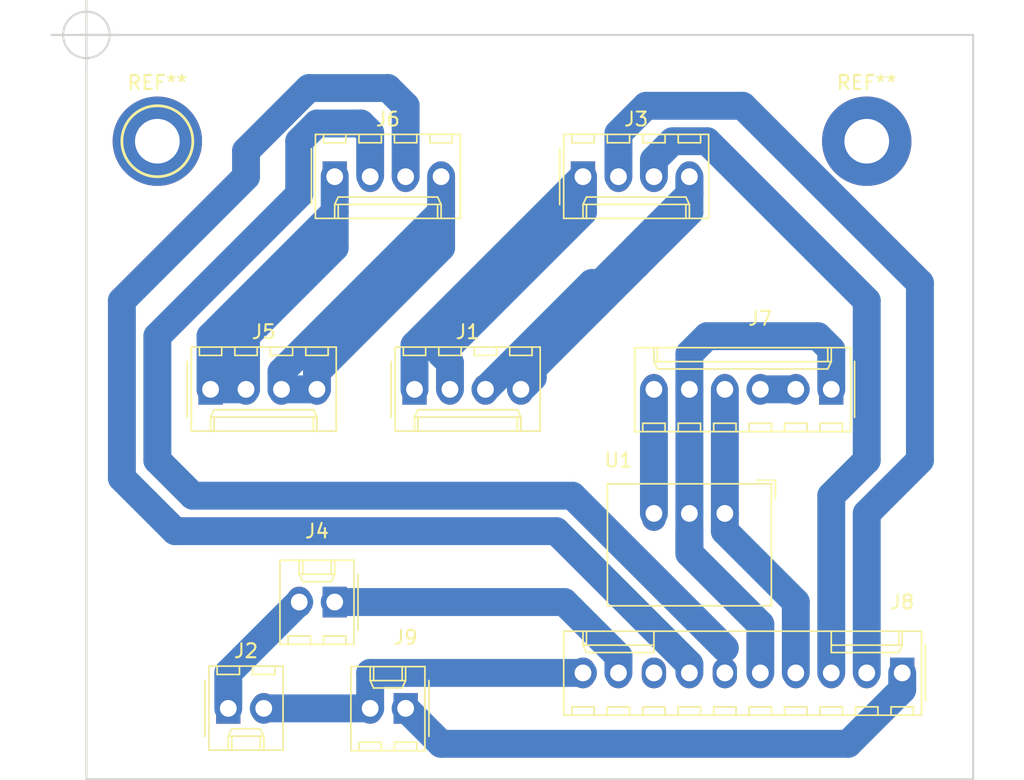
<source format=kicad_pcb>
(kicad_pcb (version 20171130) (host pcbnew 5.0.0-rc2-dev-unknown-d09445c~65~ubuntu16.04.1)

  (general
    (thickness 1.6)
    (drawings 9)
    (tracks 100)
    (zones 0)
    (modules 12)
    (nets 17)
  )

  (page A4)
  (layers
    (0 F.Cu signal)
    (31 B.Cu signal)
    (32 B.Adhes user)
    (33 F.Adhes user)
    (34 B.Paste user)
    (35 F.Paste user)
    (36 B.SilkS user)
    (37 F.SilkS user)
    (38 B.Mask user)
    (39 F.Mask user)
    (40 Dwgs.User user)
    (41 Cmts.User user)
    (42 Eco1.User user)
    (43 Eco2.User user)
    (44 Edge.Cuts user)
    (45 Margin user)
    (46 B.CrtYd user)
    (47 F.CrtYd user)
    (48 B.Fab user)
    (49 F.Fab user)
  )

  (setup
    (last_trace_width 2)
    (trace_clearance 0.2)
    (zone_clearance 0.508)
    (zone_45_only no)
    (trace_min 0.2)
    (segment_width 0.2)
    (edge_width 0.15)
    (via_size 0.8)
    (via_drill 0.4)
    (via_min_size 0.4)
    (via_min_drill 0.3)
    (uvia_size 0.3)
    (uvia_drill 0.1)
    (uvias_allowed no)
    (uvia_min_size 0.2)
    (uvia_min_drill 0.1)
    (pcb_text_width 0.3)
    (pcb_text_size 1.5 1.5)
    (mod_edge_width 0.15)
    (mod_text_size 1 1)
    (mod_text_width 0.15)
    (pad_size 1.524 1.524)
    (pad_drill 0.762)
    (pad_to_mask_clearance 0.2)
    (aux_axis_origin 12.7 12.7)
    (visible_elements FFFFFF7F)
    (pcbplotparams
      (layerselection 0x03cfc_fffffffe)
      (usegerberextensions false)
      (usegerberattributes false)
      (usegerberadvancedattributes false)
      (creategerberjobfile false)
      (excludeedgelayer true)
      (linewidth 0.100000)
      (plotframeref false)
      (viasonmask false)
      (mode 1)
      (useauxorigin true)
      (hpglpennumber 1)
      (hpglpenspeed 20)
      (hpglpendiameter 15)
      (psnegative false)
      (psa4output false)
      (plotreference true)
      (plotvalue true)
      (plotinvisibletext false)
      (padsonsilk false)
      (subtractmaskfromsilk false)
      (outputformat 1)
      (mirror false)
      (drillshape 0)
      (scaleselection 1)
      (outputdirectory gerber/))
  )

  (net 0 "")
  (net 1 "Net-(J1-Pad1)")
  (net 2 "Net-(J1-Pad3)")
  (net 3 GND)
  (net 4 E2Temp1)
  (net 5 E2Temp2)
  (net 6 "Net-(J5-Pad3)")
  (net 7 "Net-(J5-Pad1)")
  (net 8 E1Temp2)
  (net 9 E1Temp1)
  (net 10 "Net-(J7-Pad2)")
  (net 11 "Net-(J7-Pad6)")
  (net 12 "Net-(J2-Pad1)")
  (net 13 "Net-(J4-Pad1)")
  (net 14 FAN_GND)
  (net 15 FAN_24V)
  (net 16 "Net-(J8-Pad1)")

  (net_class Default "This is the default net class."
    (clearance 0.2)
    (trace_width 2)
    (via_dia 0.8)
    (via_drill 0.4)
    (uvia_dia 0.3)
    (uvia_drill 0.1)
    (add_net E1Temp1)
    (add_net E1Temp2)
    (add_net E2Temp1)
    (add_net E2Temp2)
    (add_net FAN_24V)
    (add_net FAN_GND)
    (add_net GND)
    (add_net "Net-(J1-Pad1)")
    (add_net "Net-(J1-Pad3)")
    (add_net "Net-(J2-Pad1)")
    (add_net "Net-(J4-Pad1)")
    (add_net "Net-(J5-Pad1)")
    (add_net "Net-(J5-Pad3)")
    (add_net "Net-(J7-Pad2)")
    (add_net "Net-(J7-Pad6)")
    (add_net "Net-(J8-Pad1)")
  )

  (module Connector_Molex:Molex_KK-254_AE-6410-02A_1x02_P2.54mm_Vertical (layer F.Cu) (tedit 5A15A247) (tstamp 5B0EB14F)
    (at 30.48 53.34 180)
    (descr "Molex KK-254 Interconnect System, old/engineering part number: AE-6410-02A example for new part number: 22-27-2021, 2 Pins (http://www.molex.com/pdm_docs/sd/022272021_sd.pdf), generated with kicad-footprint-generator")
    (tags "connector Molex KK-254 side entry")
    (path /5AFF1EF3)
    (fp_text reference J4 (at 1.27 5.08 180) (layer F.SilkS)
      (effects (font (size 1 1) (thickness 0.15)))
    )
    (fp_text value "FAN1 Hot End" (at 1.27 4.08 180) (layer F.Fab)
      (effects (font (size 1 1) (thickness 0.15)))
    )
    (fp_line (start -1.27 -2.92) (end -1.27 2.88) (layer F.Fab) (width 0.1))
    (fp_line (start -1.27 2.88) (end 3.81 2.88) (layer F.Fab) (width 0.1))
    (fp_line (start 3.81 2.88) (end 3.81 -2.92) (layer F.Fab) (width 0.1))
    (fp_line (start 3.81 -2.92) (end -1.27 -2.92) (layer F.Fab) (width 0.1))
    (fp_line (start -1.38 -3.03) (end -1.38 2.99) (layer F.SilkS) (width 0.12))
    (fp_line (start -1.38 2.99) (end 3.92 2.99) (layer F.SilkS) (width 0.12))
    (fp_line (start 3.92 2.99) (end 3.92 -3.03) (layer F.SilkS) (width 0.12))
    (fp_line (start 3.92 -3.03) (end -1.38 -3.03) (layer F.SilkS) (width 0.12))
    (fp_line (start -1.67 -2) (end -1.67 2) (layer F.SilkS) (width 0.12))
    (fp_line (start -1.27 -0.5) (end -0.562893 0) (layer F.Fab) (width 0.1))
    (fp_line (start -0.562893 0) (end -1.27 0.5) (layer F.Fab) (width 0.1))
    (fp_line (start 0 2.99) (end 0 1.99) (layer F.SilkS) (width 0.12))
    (fp_line (start 0 1.99) (end 2.54 1.99) (layer F.SilkS) (width 0.12))
    (fp_line (start 2.54 1.99) (end 2.54 2.99) (layer F.SilkS) (width 0.12))
    (fp_line (start 0 1.99) (end 0.25 1.46) (layer F.SilkS) (width 0.12))
    (fp_line (start 0.25 1.46) (end 2.29 1.46) (layer F.SilkS) (width 0.12))
    (fp_line (start 2.29 1.46) (end 2.54 1.99) (layer F.SilkS) (width 0.12))
    (fp_line (start 0.25 2.99) (end 0.25 1.99) (layer F.SilkS) (width 0.12))
    (fp_line (start 2.29 2.99) (end 2.29 1.99) (layer F.SilkS) (width 0.12))
    (fp_line (start -0.8 -3.03) (end -0.8 -2.43) (layer F.SilkS) (width 0.12))
    (fp_line (start -0.8 -2.43) (end 0.8 -2.43) (layer F.SilkS) (width 0.12))
    (fp_line (start 0.8 -2.43) (end 0.8 -3.03) (layer F.SilkS) (width 0.12))
    (fp_line (start 1.74 -3.03) (end 1.74 -2.43) (layer F.SilkS) (width 0.12))
    (fp_line (start 1.74 -2.43) (end 3.34 -2.43) (layer F.SilkS) (width 0.12))
    (fp_line (start 3.34 -2.43) (end 3.34 -3.03) (layer F.SilkS) (width 0.12))
    (fp_line (start -1.77 -3.42) (end -1.77 3.38) (layer F.CrtYd) (width 0.05))
    (fp_line (start -1.77 3.38) (end 4.31 3.38) (layer F.CrtYd) (width 0.05))
    (fp_line (start 4.31 3.38) (end 4.31 -3.42) (layer F.CrtYd) (width 0.05))
    (fp_line (start 4.31 -3.42) (end -1.77 -3.42) (layer F.CrtYd) (width 0.05))
    (fp_text user %R (at 1.27 -2.22 180) (layer F.Fab)
      (effects (font (size 1 1) (thickness 0.15)))
    )
    (pad 1 thru_hole rect (at 0 0 180) (size 1.74 2.2) (drill 1.2) (layers *.Cu *.Mask)
      (net 13 "Net-(J4-Pad1)"))
    (pad 2 thru_hole oval (at 2.54 0 180) (size 1.74 2.2) (drill 1.2) (layers *.Cu *.Mask)
      (net 12 "Net-(J2-Pad1)"))
    (model ${KISYS3DMOD}/Connector_Molex.3dshapes/Molex_KK-254_AE-6410-02A_1x02_P2.54mm_Vertical.wrl
      (at (xyz 0 0 0))
      (scale (xyz 1 1 1))
      (rotate (xyz 0 0 0))
    )
  )

  (module Connector_Molex:Molex_KK-254_AE-6410-04A_1x04_P2.54mm_Vertical (layer F.Cu) (tedit 5A15A247) (tstamp 5B0EB4B2)
    (at 21.59 38.1)
    (descr "Molex KK-254 Interconnect System, old/engineering part number: AE-6410-04A example for new part number: 22-27-2041, 4 Pins (http://www.molex.com/pdm_docs/sd/022272021_sd.pdf), generated with kicad-footprint-generator")
    (tags "connector Molex KK-254 side entry")
    (path /5AFF1AA9)
    (fp_text reference J5 (at 3.81 -4.12) (layer F.SilkS)
      (effects (font (size 1 1) (thickness 0.15)))
    )
    (fp_text value "X2(B)" (at 3.81 4.08) (layer F.Fab)
      (effects (font (size 1 1) (thickness 0.15)))
    )
    (fp_line (start -1.27 -2.92) (end -1.27 2.88) (layer F.Fab) (width 0.1))
    (fp_line (start -1.27 2.88) (end 8.89 2.88) (layer F.Fab) (width 0.1))
    (fp_line (start 8.89 2.88) (end 8.89 -2.92) (layer F.Fab) (width 0.1))
    (fp_line (start 8.89 -2.92) (end -1.27 -2.92) (layer F.Fab) (width 0.1))
    (fp_line (start -1.38 -3.03) (end -1.38 2.99) (layer F.SilkS) (width 0.12))
    (fp_line (start -1.38 2.99) (end 9 2.99) (layer F.SilkS) (width 0.12))
    (fp_line (start 9 2.99) (end 9 -3.03) (layer F.SilkS) (width 0.12))
    (fp_line (start 9 -3.03) (end -1.38 -3.03) (layer F.SilkS) (width 0.12))
    (fp_line (start -1.67 -2) (end -1.67 2) (layer F.SilkS) (width 0.12))
    (fp_line (start -1.27 -0.5) (end -0.562893 0) (layer F.Fab) (width 0.1))
    (fp_line (start -0.562893 0) (end -1.27 0.5) (layer F.Fab) (width 0.1))
    (fp_line (start 0 2.99) (end 0 1.99) (layer F.SilkS) (width 0.12))
    (fp_line (start 0 1.99) (end 7.62 1.99) (layer F.SilkS) (width 0.12))
    (fp_line (start 7.62 1.99) (end 7.62 2.99) (layer F.SilkS) (width 0.12))
    (fp_line (start 0 1.99) (end 0.25 1.46) (layer F.SilkS) (width 0.12))
    (fp_line (start 0.25 1.46) (end 7.37 1.46) (layer F.SilkS) (width 0.12))
    (fp_line (start 7.37 1.46) (end 7.62 1.99) (layer F.SilkS) (width 0.12))
    (fp_line (start 0.25 2.99) (end 0.25 1.99) (layer F.SilkS) (width 0.12))
    (fp_line (start 7.37 2.99) (end 7.37 1.99) (layer F.SilkS) (width 0.12))
    (fp_line (start -0.8 -3.03) (end -0.8 -2.43) (layer F.SilkS) (width 0.12))
    (fp_line (start -0.8 -2.43) (end 0.8 -2.43) (layer F.SilkS) (width 0.12))
    (fp_line (start 0.8 -2.43) (end 0.8 -3.03) (layer F.SilkS) (width 0.12))
    (fp_line (start 1.74 -3.03) (end 1.74 -2.43) (layer F.SilkS) (width 0.12))
    (fp_line (start 1.74 -2.43) (end 3.34 -2.43) (layer F.SilkS) (width 0.12))
    (fp_line (start 3.34 -2.43) (end 3.34 -3.03) (layer F.SilkS) (width 0.12))
    (fp_line (start 4.28 -3.03) (end 4.28 -2.43) (layer F.SilkS) (width 0.12))
    (fp_line (start 4.28 -2.43) (end 5.88 -2.43) (layer F.SilkS) (width 0.12))
    (fp_line (start 5.88 -2.43) (end 5.88 -3.03) (layer F.SilkS) (width 0.12))
    (fp_line (start 6.82 -3.03) (end 6.82 -2.43) (layer F.SilkS) (width 0.12))
    (fp_line (start 6.82 -2.43) (end 8.42 -2.43) (layer F.SilkS) (width 0.12))
    (fp_line (start 8.42 -2.43) (end 8.42 -3.03) (layer F.SilkS) (width 0.12))
    (fp_line (start -1.77 -3.42) (end -1.77 3.38) (layer F.CrtYd) (width 0.05))
    (fp_line (start -1.77 3.38) (end 9.39 3.38) (layer F.CrtYd) (width 0.05))
    (fp_line (start 9.39 3.38) (end 9.39 -3.42) (layer F.CrtYd) (width 0.05))
    (fp_line (start 9.39 -3.42) (end -1.77 -3.42) (layer F.CrtYd) (width 0.05))
    (fp_text user %R (at 3.81 -2.22) (layer F.Fab)
      (effects (font (size 1 1) (thickness 0.15)))
    )
    (pad 1 thru_hole rect (at 0 0) (size 1.74 2.2) (drill 1.2) (layers *.Cu *.Mask)
      (net 7 "Net-(J5-Pad1)"))
    (pad 2 thru_hole oval (at 2.54 0) (size 1.74 2.2) (drill 1.2) (layers *.Cu *.Mask)
      (net 7 "Net-(J5-Pad1)"))
    (pad 3 thru_hole oval (at 5.08 0) (size 1.74 2.2) (drill 1.2) (layers *.Cu *.Mask)
      (net 6 "Net-(J5-Pad3)"))
    (pad 4 thru_hole oval (at 7.62 0) (size 1.74 2.2) (drill 1.2) (layers *.Cu *.Mask)
      (net 6 "Net-(J5-Pad3)"))
    (model ${KISYS3DMOD}/Connector_Molex.3dshapes/Molex_KK-254_AE-6410-04A_1x04_P2.54mm_Vertical.wrl
      (at (xyz 0 0 0))
      (scale (xyz 1 1 1))
      (rotate (xyz 0 0 0))
    )
  )

  (module Connector_Molex:Molex_KK-254_AE-6410-06A_1x06_P2.54mm_Vertical (layer F.Cu) (tedit 5A15A247) (tstamp 5B0EB1C8)
    (at 66.04 38.1 180)
    (descr "Molex KK-254 Interconnect System, old/engineering part number: AE-6410-06A example for new part number: 22-27-2061, 6 Pins (http://www.molex.com/pdm_docs/sd/022272021_sd.pdf), generated with kicad-footprint-generator")
    (tags "connector Molex KK-254 side entry")
    (path /5AFF1C6E)
    (fp_text reference J7 (at 5.08 5.08 180) (layer F.SilkS)
      (effects (font (size 1 1) (thickness 0.15)))
    )
    (fp_text value "Printer FAN" (at 6.35 4.08 180) (layer F.Fab)
      (effects (font (size 1 1) (thickness 0.15)))
    )
    (fp_line (start -1.27 -2.92) (end -1.27 2.88) (layer F.Fab) (width 0.1))
    (fp_line (start -1.27 2.88) (end 13.97 2.88) (layer F.Fab) (width 0.1))
    (fp_line (start 13.97 2.88) (end 13.97 -2.92) (layer F.Fab) (width 0.1))
    (fp_line (start 13.97 -2.92) (end -1.27 -2.92) (layer F.Fab) (width 0.1))
    (fp_line (start -1.38 -3.03) (end -1.38 2.99) (layer F.SilkS) (width 0.12))
    (fp_line (start -1.38 2.99) (end 14.08 2.99) (layer F.SilkS) (width 0.12))
    (fp_line (start 14.08 2.99) (end 14.08 -3.03) (layer F.SilkS) (width 0.12))
    (fp_line (start 14.08 -3.03) (end -1.38 -3.03) (layer F.SilkS) (width 0.12))
    (fp_line (start -1.67 -2) (end -1.67 2) (layer F.SilkS) (width 0.12))
    (fp_line (start -1.27 -0.5) (end -0.562893 0) (layer F.Fab) (width 0.1))
    (fp_line (start -0.562893 0) (end -1.27 0.5) (layer F.Fab) (width 0.1))
    (fp_line (start 0 2.99) (end 0 1.99) (layer F.SilkS) (width 0.12))
    (fp_line (start 0 1.99) (end 12.7 1.99) (layer F.SilkS) (width 0.12))
    (fp_line (start 12.7 1.99) (end 12.7 2.99) (layer F.SilkS) (width 0.12))
    (fp_line (start 0 1.99) (end 0.25 1.46) (layer F.SilkS) (width 0.12))
    (fp_line (start 0.25 1.46) (end 12.45 1.46) (layer F.SilkS) (width 0.12))
    (fp_line (start 12.45 1.46) (end 12.7 1.99) (layer F.SilkS) (width 0.12))
    (fp_line (start 0.25 2.99) (end 0.25 1.99) (layer F.SilkS) (width 0.12))
    (fp_line (start 12.45 2.99) (end 12.45 1.99) (layer F.SilkS) (width 0.12))
    (fp_line (start -0.8 -3.03) (end -0.8 -2.43) (layer F.SilkS) (width 0.12))
    (fp_line (start -0.8 -2.43) (end 0.8 -2.43) (layer F.SilkS) (width 0.12))
    (fp_line (start 0.8 -2.43) (end 0.8 -3.03) (layer F.SilkS) (width 0.12))
    (fp_line (start 1.74 -3.03) (end 1.74 -2.43) (layer F.SilkS) (width 0.12))
    (fp_line (start 1.74 -2.43) (end 3.34 -2.43) (layer F.SilkS) (width 0.12))
    (fp_line (start 3.34 -2.43) (end 3.34 -3.03) (layer F.SilkS) (width 0.12))
    (fp_line (start 4.28 -3.03) (end 4.28 -2.43) (layer F.SilkS) (width 0.12))
    (fp_line (start 4.28 -2.43) (end 5.88 -2.43) (layer F.SilkS) (width 0.12))
    (fp_line (start 5.88 -2.43) (end 5.88 -3.03) (layer F.SilkS) (width 0.12))
    (fp_line (start 6.82 -3.03) (end 6.82 -2.43) (layer F.SilkS) (width 0.12))
    (fp_line (start 6.82 -2.43) (end 8.42 -2.43) (layer F.SilkS) (width 0.12))
    (fp_line (start 8.42 -2.43) (end 8.42 -3.03) (layer F.SilkS) (width 0.12))
    (fp_line (start 9.36 -3.03) (end 9.36 -2.43) (layer F.SilkS) (width 0.12))
    (fp_line (start 9.36 -2.43) (end 10.96 -2.43) (layer F.SilkS) (width 0.12))
    (fp_line (start 10.96 -2.43) (end 10.96 -3.03) (layer F.SilkS) (width 0.12))
    (fp_line (start 11.9 -3.03) (end 11.9 -2.43) (layer F.SilkS) (width 0.12))
    (fp_line (start 11.9 -2.43) (end 13.5 -2.43) (layer F.SilkS) (width 0.12))
    (fp_line (start 13.5 -2.43) (end 13.5 -3.03) (layer F.SilkS) (width 0.12))
    (fp_line (start -1.77 -3.42) (end -1.77 3.38) (layer F.CrtYd) (width 0.05))
    (fp_line (start -1.77 3.38) (end 14.47 3.38) (layer F.CrtYd) (width 0.05))
    (fp_line (start 14.47 3.38) (end 14.47 -3.42) (layer F.CrtYd) (width 0.05))
    (fp_line (start 14.47 -3.42) (end -1.77 -3.42) (layer F.CrtYd) (width 0.05))
    (fp_text user %R (at 6.35 -2.22 180) (layer F.Fab)
      (effects (font (size 1 1) (thickness 0.15)))
    )
    (pad 1 thru_hole rect (at 0 0 180) (size 1.74 2.2) (drill 1.2) (layers *.Cu *.Mask)
      (net 14 FAN_GND))
    (pad 2 thru_hole oval (at 2.54 0 180) (size 1.74 2.2) (drill 1.2) (layers *.Cu *.Mask)
      (net 10 "Net-(J7-Pad2)"))
    (pad 3 thru_hole oval (at 5.08 0 180) (size 1.74 2.2) (drill 1.2) (layers *.Cu *.Mask)
      (net 10 "Net-(J7-Pad2)"))
    (pad 4 thru_hole oval (at 7.62 0 180) (size 1.74 2.2) (drill 1.2) (layers *.Cu *.Mask)
      (net 15 FAN_24V))
    (pad 5 thru_hole oval (at 10.16 0 180) (size 1.74 2.2) (drill 1.2) (layers *.Cu *.Mask)
      (net 14 FAN_GND))
    (pad 6 thru_hole oval (at 12.7 0 180) (size 1.74 2.2) (drill 1.2) (layers *.Cu *.Mask)
      (net 11 "Net-(J7-Pad6)"))
    (model ${KISYS3DMOD}/Connector_Molex.3dshapes/Molex_KK-254_AE-6410-06A_1x06_P2.54mm_Vertical.wrl
      (at (xyz 0 0 0))
      (scale (xyz 1 1 1))
      (rotate (xyz 0 0 0))
    )
  )

  (module Connector_Molex:Molex_KK-254_AE-6410-10A_1x10_P2.54mm_Vertical (layer F.Cu) (tedit 5A15A247) (tstamp 5B0EB1FB)
    (at 71.12 58.42 180)
    (descr "Molex KK-254 Interconnect System, old/engineering part number: AE-6410-10A example for new part number: 22-27-2101, 10 Pins (http://www.molex.com/pdm_docs/sd/022272021_sd.pdf), generated with kicad-footprint-generator")
    (tags "connector Molex KK-254 side entry")
    (path /5AFF1B67)
    (fp_text reference J8 (at 0 5.08 180) (layer F.SilkS)
      (effects (font (size 1 1) (thickness 0.15)))
    )
    (fp_text value Conn_01x10_Male (at 11.43 4.08 180) (layer F.Fab)
      (effects (font (size 1 1) (thickness 0.15)))
    )
    (fp_line (start -1.27 -2.92) (end -1.27 2.88) (layer F.Fab) (width 0.1))
    (fp_line (start -1.27 2.88) (end 24.13 2.88) (layer F.Fab) (width 0.1))
    (fp_line (start 24.13 2.88) (end 24.13 -2.92) (layer F.Fab) (width 0.1))
    (fp_line (start 24.13 -2.92) (end -1.27 -2.92) (layer F.Fab) (width 0.1))
    (fp_line (start -1.38 -3.03) (end -1.38 2.99) (layer F.SilkS) (width 0.12))
    (fp_line (start -1.38 2.99) (end 24.24 2.99) (layer F.SilkS) (width 0.12))
    (fp_line (start 24.24 2.99) (end 24.24 -3.03) (layer F.SilkS) (width 0.12))
    (fp_line (start 24.24 -3.03) (end -1.38 -3.03) (layer F.SilkS) (width 0.12))
    (fp_line (start -1.67 -2) (end -1.67 2) (layer F.SilkS) (width 0.12))
    (fp_line (start -1.27 -0.5) (end -0.562893 0) (layer F.Fab) (width 0.1))
    (fp_line (start -0.562893 0) (end -1.27 0.5) (layer F.Fab) (width 0.1))
    (fp_line (start 0 2.99) (end 0 1.99) (layer F.SilkS) (width 0.12))
    (fp_line (start 0 1.99) (end 5.08 1.99) (layer F.SilkS) (width 0.12))
    (fp_line (start 5.08 1.99) (end 5.08 2.99) (layer F.SilkS) (width 0.12))
    (fp_line (start 0 1.99) (end 0.25 1.46) (layer F.SilkS) (width 0.12))
    (fp_line (start 0.25 1.46) (end 5.08 1.46) (layer F.SilkS) (width 0.12))
    (fp_line (start 5.08 1.46) (end 5.08 1.99) (layer F.SilkS) (width 0.12))
    (fp_line (start 0.25 2.99) (end 0.25 1.99) (layer F.SilkS) (width 0.12))
    (fp_line (start 22.86 2.99) (end 22.86 1.99) (layer F.SilkS) (width 0.12))
    (fp_line (start 22.86 1.99) (end 17.78 1.99) (layer F.SilkS) (width 0.12))
    (fp_line (start 17.78 1.99) (end 17.78 2.99) (layer F.SilkS) (width 0.12))
    (fp_line (start 22.86 1.99) (end 22.61 1.46) (layer F.SilkS) (width 0.12))
    (fp_line (start 22.61 1.46) (end 17.78 1.46) (layer F.SilkS) (width 0.12))
    (fp_line (start 17.78 1.46) (end 17.78 1.99) (layer F.SilkS) (width 0.12))
    (fp_line (start 22.61 2.99) (end 22.61 1.99) (layer F.SilkS) (width 0.12))
    (fp_line (start -0.8 -3.03) (end -0.8 -2.43) (layer F.SilkS) (width 0.12))
    (fp_line (start -0.8 -2.43) (end 0.8 -2.43) (layer F.SilkS) (width 0.12))
    (fp_line (start 0.8 -2.43) (end 0.8 -3.03) (layer F.SilkS) (width 0.12))
    (fp_line (start 1.74 -3.03) (end 1.74 -2.43) (layer F.SilkS) (width 0.12))
    (fp_line (start 1.74 -2.43) (end 3.34 -2.43) (layer F.SilkS) (width 0.12))
    (fp_line (start 3.34 -2.43) (end 3.34 -3.03) (layer F.SilkS) (width 0.12))
    (fp_line (start 4.28 -3.03) (end 4.28 -2.43) (layer F.SilkS) (width 0.12))
    (fp_line (start 4.28 -2.43) (end 5.88 -2.43) (layer F.SilkS) (width 0.12))
    (fp_line (start 5.88 -2.43) (end 5.88 -3.03) (layer F.SilkS) (width 0.12))
    (fp_line (start 6.82 -3.03) (end 6.82 -2.43) (layer F.SilkS) (width 0.12))
    (fp_line (start 6.82 -2.43) (end 8.42 -2.43) (layer F.SilkS) (width 0.12))
    (fp_line (start 8.42 -2.43) (end 8.42 -3.03) (layer F.SilkS) (width 0.12))
    (fp_line (start 9.36 -3.03) (end 9.36 -2.43) (layer F.SilkS) (width 0.12))
    (fp_line (start 9.36 -2.43) (end 10.96 -2.43) (layer F.SilkS) (width 0.12))
    (fp_line (start 10.96 -2.43) (end 10.96 -3.03) (layer F.SilkS) (width 0.12))
    (fp_line (start 11.9 -3.03) (end 11.9 -2.43) (layer F.SilkS) (width 0.12))
    (fp_line (start 11.9 -2.43) (end 13.5 -2.43) (layer F.SilkS) (width 0.12))
    (fp_line (start 13.5 -2.43) (end 13.5 -3.03) (layer F.SilkS) (width 0.12))
    (fp_line (start 14.44 -3.03) (end 14.44 -2.43) (layer F.SilkS) (width 0.12))
    (fp_line (start 14.44 -2.43) (end 16.04 -2.43) (layer F.SilkS) (width 0.12))
    (fp_line (start 16.04 -2.43) (end 16.04 -3.03) (layer F.SilkS) (width 0.12))
    (fp_line (start 16.98 -3.03) (end 16.98 -2.43) (layer F.SilkS) (width 0.12))
    (fp_line (start 16.98 -2.43) (end 18.58 -2.43) (layer F.SilkS) (width 0.12))
    (fp_line (start 18.58 -2.43) (end 18.58 -3.03) (layer F.SilkS) (width 0.12))
    (fp_line (start 19.52 -3.03) (end 19.52 -2.43) (layer F.SilkS) (width 0.12))
    (fp_line (start 19.52 -2.43) (end 21.12 -2.43) (layer F.SilkS) (width 0.12))
    (fp_line (start 21.12 -2.43) (end 21.12 -3.03) (layer F.SilkS) (width 0.12))
    (fp_line (start 22.06 -3.03) (end 22.06 -2.43) (layer F.SilkS) (width 0.12))
    (fp_line (start 22.06 -2.43) (end 23.66 -2.43) (layer F.SilkS) (width 0.12))
    (fp_line (start 23.66 -2.43) (end 23.66 -3.03) (layer F.SilkS) (width 0.12))
    (fp_line (start -1.77 -3.42) (end -1.77 3.38) (layer F.CrtYd) (width 0.05))
    (fp_line (start -1.77 3.38) (end 24.63 3.38) (layer F.CrtYd) (width 0.05))
    (fp_line (start 24.63 3.38) (end 24.63 -3.42) (layer F.CrtYd) (width 0.05))
    (fp_line (start 24.63 -3.42) (end -1.77 -3.42) (layer F.CrtYd) (width 0.05))
    (fp_text user %R (at 11.43 -2.22 180) (layer F.Fab)
      (effects (font (size 1 1) (thickness 0.15)))
    )
    (pad 1 thru_hole rect (at 0 0 180) (size 1.74 2.2) (drill 1.2) (layers *.Cu *.Mask)
      (net 16 "Net-(J8-Pad1)"))
    (pad 2 thru_hole oval (at 2.54 0 180) (size 1.74 2.2) (drill 1.2) (layers *.Cu *.Mask)
      (net 4 E2Temp1))
    (pad 3 thru_hole oval (at 5.08 0 180) (size 1.74 2.2) (drill 1.2) (layers *.Cu *.Mask)
      (net 5 E2Temp2))
    (pad 4 thru_hole oval (at 7.62 0 180) (size 1.74 2.2) (drill 1.2) (layers *.Cu *.Mask)
      (net 15 FAN_24V))
    (pad 5 thru_hole oval (at 10.16 0 180) (size 1.74 2.2) (drill 1.2) (layers *.Cu *.Mask)
      (net 14 FAN_GND))
    (pad 6 thru_hole oval (at 12.7 0 180) (size 1.74 2.2) (drill 1.2) (layers *.Cu *.Mask)
      (net 9 E1Temp1))
    (pad 7 thru_hole oval (at 15.24 0 180) (size 1.74 2.2) (drill 1.2) (layers *.Cu *.Mask)
      (net 8 E1Temp2))
    (pad 8 thru_hole oval (at 17.78 0 180) (size 1.74 2.2) (drill 1.2) (layers *.Cu *.Mask))
    (pad 9 thru_hole oval (at 20.32 0 180) (size 1.74 2.2) (drill 1.2) (layers *.Cu *.Mask)
      (net 13 "Net-(J4-Pad1)"))
    (pad 10 thru_hole oval (at 22.86 0 180) (size 1.74 2.2) (drill 1.2) (layers *.Cu *.Mask)
      (net 3 GND))
    (model ${KISYS3DMOD}/Connector_Molex.3dshapes/Molex_KK-254_AE-6410-10A_1x10_P2.54mm_Vertical.wrl
      (at (xyz 0 0 0))
      (scale (xyz 1 1 1))
      (rotate (xyz 0 0 0))
    )
  )

  (module Connector_Molex:Molex_KK-254_AE-6410-02A_1x02_P2.54mm_Vertical (layer F.Cu) (tedit 5A15A247) (tstamp 5B0EB244)
    (at 35.56 60.96 180)
    (descr "Molex KK-254 Interconnect System, old/engineering part number: AE-6410-02A example for new part number: 22-27-2021, 2 Pins (http://www.molex.com/pdm_docs/sd/022272021_sd.pdf), generated with kicad-footprint-generator")
    (tags "connector Molex KK-254 side entry")
    (path /5AFF1F2B)
    (fp_text reference J9 (at 0 5.08 180) (layer F.SilkS)
      (effects (font (size 1 1) (thickness 0.15)))
    )
    (fp_text value LED (at 1.27 4.08 180) (layer F.Fab)
      (effects (font (size 1 1) (thickness 0.15)))
    )
    (fp_text user %R (at 1.27 -2.22 180) (layer F.Fab)
      (effects (font (size 1 1) (thickness 0.15)))
    )
    (fp_line (start 4.31 -3.42) (end -1.77 -3.42) (layer F.CrtYd) (width 0.05))
    (fp_line (start 4.31 3.38) (end 4.31 -3.42) (layer F.CrtYd) (width 0.05))
    (fp_line (start -1.77 3.38) (end 4.31 3.38) (layer F.CrtYd) (width 0.05))
    (fp_line (start -1.77 -3.42) (end -1.77 3.38) (layer F.CrtYd) (width 0.05))
    (fp_line (start 3.34 -2.43) (end 3.34 -3.03) (layer F.SilkS) (width 0.12))
    (fp_line (start 1.74 -2.43) (end 3.34 -2.43) (layer F.SilkS) (width 0.12))
    (fp_line (start 1.74 -3.03) (end 1.74 -2.43) (layer F.SilkS) (width 0.12))
    (fp_line (start 0.8 -2.43) (end 0.8 -3.03) (layer F.SilkS) (width 0.12))
    (fp_line (start -0.8 -2.43) (end 0.8 -2.43) (layer F.SilkS) (width 0.12))
    (fp_line (start -0.8 -3.03) (end -0.8 -2.43) (layer F.SilkS) (width 0.12))
    (fp_line (start 2.29 2.99) (end 2.29 1.99) (layer F.SilkS) (width 0.12))
    (fp_line (start 0.25 2.99) (end 0.25 1.99) (layer F.SilkS) (width 0.12))
    (fp_line (start 2.29 1.46) (end 2.54 1.99) (layer F.SilkS) (width 0.12))
    (fp_line (start 0.25 1.46) (end 2.29 1.46) (layer F.SilkS) (width 0.12))
    (fp_line (start 0 1.99) (end 0.25 1.46) (layer F.SilkS) (width 0.12))
    (fp_line (start 2.54 1.99) (end 2.54 2.99) (layer F.SilkS) (width 0.12))
    (fp_line (start 0 1.99) (end 2.54 1.99) (layer F.SilkS) (width 0.12))
    (fp_line (start 0 2.99) (end 0 1.99) (layer F.SilkS) (width 0.12))
    (fp_line (start -0.562893 0) (end -1.27 0.5) (layer F.Fab) (width 0.1))
    (fp_line (start -1.27 -0.5) (end -0.562893 0) (layer F.Fab) (width 0.1))
    (fp_line (start -1.67 -2) (end -1.67 2) (layer F.SilkS) (width 0.12))
    (fp_line (start 3.92 -3.03) (end -1.38 -3.03) (layer F.SilkS) (width 0.12))
    (fp_line (start 3.92 2.99) (end 3.92 -3.03) (layer F.SilkS) (width 0.12))
    (fp_line (start -1.38 2.99) (end 3.92 2.99) (layer F.SilkS) (width 0.12))
    (fp_line (start -1.38 -3.03) (end -1.38 2.99) (layer F.SilkS) (width 0.12))
    (fp_line (start 3.81 -2.92) (end -1.27 -2.92) (layer F.Fab) (width 0.1))
    (fp_line (start 3.81 2.88) (end 3.81 -2.92) (layer F.Fab) (width 0.1))
    (fp_line (start -1.27 2.88) (end 3.81 2.88) (layer F.Fab) (width 0.1))
    (fp_line (start -1.27 -2.92) (end -1.27 2.88) (layer F.Fab) (width 0.1))
    (pad 2 thru_hole oval (at 2.54 0 180) (size 1.74 2.2) (drill 1.2) (layers *.Cu *.Mask)
      (net 3 GND))
    (pad 1 thru_hole rect (at 0 0 180) (size 1.74 2.2) (drill 1.2) (layers *.Cu *.Mask)
      (net 16 "Net-(J8-Pad1)"))
    (model ${KISYS3DMOD}/Connector_Molex.3dshapes/Molex_KK-254_AE-6410-02A_1x02_P2.54mm_Vertical.wrl
      (at (xyz 0 0 0))
      (scale (xyz 1 1 1))
      (rotate (xyz 0 0 0))
    )
  )

  (module Converter_DCDC:Converter_DCDC_RECOM_R-78HB-0.5_THT (layer F.Cu) (tedit 59FF0151) (tstamp 5B0EB267)
    (at 58.42 46.99 180)
    (descr "DCDC-Converter, RECOM, RECOM_R-78HB-0.5, SIP-3, pitch 2.54mm, package size 11.5x8.5x17.5mm^3, https://www.recom-power.com/pdf/Innoline/R-78HBxx-0.5_L.pdf")
    (tags "dc-dc recom buck sip-3 pitch 2.54mm")
    (path /5AFF3643)
    (fp_text reference U1 (at 7.62 3.81 180) (layer F.SilkS)
      (effects (font (size 1 1) (thickness 0.15)))
    )
    (fp_text value L7812 (at 2.42 3.42 180) (layer F.Fab)
      (effects (font (size 1 1) (thickness 0.15)))
    )
    (fp_line (start -3.21 -6.5) (end 8.29 -6.5) (layer F.Fab) (width 0.1))
    (fp_line (start 8.29 -6.5) (end 8.29 2) (layer F.Fab) (width 0.1))
    (fp_line (start 8.29 2) (end -2.21 2) (layer F.Fab) (width 0.1))
    (fp_line (start -2.21 2) (end -3.21 1) (layer F.Fab) (width 0.1))
    (fp_line (start -3.21 1) (end -3.21 -6.5) (layer F.Fab) (width 0.1))
    (fp_line (start -3.33 -6.62) (end 8.41 -6.62) (layer F.SilkS) (width 0.12))
    (fp_line (start -3.33 2.12) (end 8.41 2.12) (layer F.SilkS) (width 0.12))
    (fp_line (start -3.33 -6.62) (end -3.33 2.12) (layer F.SilkS) (width 0.12))
    (fp_line (start 8.41 -6.62) (end 8.41 2.12) (layer F.SilkS) (width 0.12))
    (fp_line (start -3.62 1.06) (end -3.62 2.37) (layer F.SilkS) (width 0.12))
    (fp_line (start -3.62 2.37) (end -2.27 2.37) (layer F.SilkS) (width 0.12))
    (fp_line (start -3.5 -6.75) (end -3.5 2.25) (layer F.CrtYd) (width 0.05))
    (fp_line (start -3.5 2.25) (end 8.55 2.25) (layer F.CrtYd) (width 0.05))
    (fp_line (start 8.55 2.25) (end 8.55 -6.75) (layer F.CrtYd) (width 0.05))
    (fp_line (start 8.55 -6.75) (end -3.5 -6.75) (layer F.CrtYd) (width 0.05))
    (fp_text user %R (at 2.54 -2.25 180) (layer F.Fab)
      (effects (font (size 1 1) (thickness 0.15)))
    )
    (pad 1 thru_hole rect (at 0 0 180) (size 1.7 2.5) (drill 1.2) (layers *.Cu *.Mask)
      (net 15 FAN_24V))
    (pad 2 thru_hole oval (at 2.54 0 180) (size 1.7 2.5) (drill 1.2) (layers *.Cu *.Mask)
      (net 14 FAN_GND))
    (pad 3 thru_hole oval (at 5.08 0 180) (size 1.7 2.5) (drill 1.2) (layers *.Cu *.Mask)
      (net 11 "Net-(J7-Pad6)"))
    (model ${KISYS3DMOD}/Converter_DCDC.3dshapes/Converter_DCDC_RECOM_R-78HB-0.5_THT.wrl
      (at (xyz 0 0 0))
      (scale (xyz 1 1 1))
      (rotate (xyz 0 0 0))
    )
  )

  (module Connector_Molex:Molex_KK-254_AE-6410-04A_1x04_P2.54mm_Vertical (layer F.Cu) (tedit 5A15A247) (tstamp 5B0EC0A3)
    (at 36.195 38.1)
    (descr "Molex KK-254 Interconnect System, old/engineering part number: AE-6410-04A example for new part number: 22-27-2041, 4 Pins (http://www.molex.com/pdm_docs/sd/022272021_sd.pdf), generated with kicad-footprint-generator")
    (tags "connector Molex KK-254 side entry")
    (path /5AFF19DD)
    (fp_text reference J1 (at 3.81 -4.12) (layer F.SilkS)
      (effects (font (size 1 1) (thickness 0.15)))
    )
    (fp_text value "X1(B)" (at 3.81 4.08) (layer F.Fab)
      (effects (font (size 1 1) (thickness 0.15)))
    )
    (fp_line (start -1.27 -2.92) (end -1.27 2.88) (layer F.Fab) (width 0.1))
    (fp_line (start -1.27 2.88) (end 8.89 2.88) (layer F.Fab) (width 0.1))
    (fp_line (start 8.89 2.88) (end 8.89 -2.92) (layer F.Fab) (width 0.1))
    (fp_line (start 8.89 -2.92) (end -1.27 -2.92) (layer F.Fab) (width 0.1))
    (fp_line (start -1.38 -3.03) (end -1.38 2.99) (layer F.SilkS) (width 0.12))
    (fp_line (start -1.38 2.99) (end 9 2.99) (layer F.SilkS) (width 0.12))
    (fp_line (start 9 2.99) (end 9 -3.03) (layer F.SilkS) (width 0.12))
    (fp_line (start 9 -3.03) (end -1.38 -3.03) (layer F.SilkS) (width 0.12))
    (fp_line (start -1.67 -2) (end -1.67 2) (layer F.SilkS) (width 0.12))
    (fp_line (start -1.27 -0.5) (end -0.562893 0) (layer F.Fab) (width 0.1))
    (fp_line (start -0.562893 0) (end -1.27 0.5) (layer F.Fab) (width 0.1))
    (fp_line (start 0 2.99) (end 0 1.99) (layer F.SilkS) (width 0.12))
    (fp_line (start 0 1.99) (end 7.62 1.99) (layer F.SilkS) (width 0.12))
    (fp_line (start 7.62 1.99) (end 7.62 2.99) (layer F.SilkS) (width 0.12))
    (fp_line (start 0 1.99) (end 0.25 1.46) (layer F.SilkS) (width 0.12))
    (fp_line (start 0.25 1.46) (end 7.37 1.46) (layer F.SilkS) (width 0.12))
    (fp_line (start 7.37 1.46) (end 7.62 1.99) (layer F.SilkS) (width 0.12))
    (fp_line (start 0.25 2.99) (end 0.25 1.99) (layer F.SilkS) (width 0.12))
    (fp_line (start 7.37 2.99) (end 7.37 1.99) (layer F.SilkS) (width 0.12))
    (fp_line (start -0.8 -3.03) (end -0.8 -2.43) (layer F.SilkS) (width 0.12))
    (fp_line (start -0.8 -2.43) (end 0.8 -2.43) (layer F.SilkS) (width 0.12))
    (fp_line (start 0.8 -2.43) (end 0.8 -3.03) (layer F.SilkS) (width 0.12))
    (fp_line (start 1.74 -3.03) (end 1.74 -2.43) (layer F.SilkS) (width 0.12))
    (fp_line (start 1.74 -2.43) (end 3.34 -2.43) (layer F.SilkS) (width 0.12))
    (fp_line (start 3.34 -2.43) (end 3.34 -3.03) (layer F.SilkS) (width 0.12))
    (fp_line (start 4.28 -3.03) (end 4.28 -2.43) (layer F.SilkS) (width 0.12))
    (fp_line (start 4.28 -2.43) (end 5.88 -2.43) (layer F.SilkS) (width 0.12))
    (fp_line (start 5.88 -2.43) (end 5.88 -3.03) (layer F.SilkS) (width 0.12))
    (fp_line (start 6.82 -3.03) (end 6.82 -2.43) (layer F.SilkS) (width 0.12))
    (fp_line (start 6.82 -2.43) (end 8.42 -2.43) (layer F.SilkS) (width 0.12))
    (fp_line (start 8.42 -2.43) (end 8.42 -3.03) (layer F.SilkS) (width 0.12))
    (fp_line (start -1.77 -3.42) (end -1.77 3.38) (layer F.CrtYd) (width 0.05))
    (fp_line (start -1.77 3.38) (end 9.39 3.38) (layer F.CrtYd) (width 0.05))
    (fp_line (start 9.39 3.38) (end 9.39 -3.42) (layer F.CrtYd) (width 0.05))
    (fp_line (start 9.39 -3.42) (end -1.77 -3.42) (layer F.CrtYd) (width 0.05))
    (fp_text user %R (at 3.81 -2.22) (layer F.Fab)
      (effects (font (size 1 1) (thickness 0.15)))
    )
    (pad 1 thru_hole rect (at 0 0) (size 1.74 2.2) (drill 1.2) (layers *.Cu *.Mask)
      (net 1 "Net-(J1-Pad1)"))
    (pad 2 thru_hole oval (at 2.54 0) (size 1.74 2.2) (drill 1.2) (layers *.Cu *.Mask)
      (net 1 "Net-(J1-Pad1)"))
    (pad 3 thru_hole oval (at 5.08 0) (size 1.74 2.2) (drill 1.2) (layers *.Cu *.Mask)
      (net 2 "Net-(J1-Pad3)"))
    (pad 4 thru_hole oval (at 7.62 0) (size 1.74 2.2) (drill 1.2) (layers *.Cu *.Mask)
      (net 2 "Net-(J1-Pad3)"))
    (model ${KISYS3DMOD}/Connector_Molex.3dshapes/Molex_KK-254_AE-6410-04A_1x04_P2.54mm_Vertical.wrl
      (at (xyz 0 0 0))
      (scale (xyz 1 1 1))
      (rotate (xyz 0 0 0))
    )
  )

  (module Connector_Molex:Molex_KK-254_AE-6410-02A_1x02_P2.54mm_Vertical (layer F.Cu) (tedit 5A15A247) (tstamp 5B0EB438)
    (at 22.86 60.96)
    (descr "Molex KK-254 Interconnect System, old/engineering part number: AE-6410-02A example for new part number: 22-27-2021, 2 Pins (http://www.molex.com/pdm_docs/sd/022272021_sd.pdf), generated with kicad-footprint-generator")
    (tags "connector Molex KK-254 side entry")
    (path /5AFF1E45)
    (fp_text reference J2 (at 1.27 -4.12) (layer F.SilkS)
      (effects (font (size 1 1) (thickness 0.15)))
    )
    (fp_text value "FAN2 Hot End" (at 1.27 4.08) (layer F.Fab)
      (effects (font (size 1 1) (thickness 0.15)))
    )
    (fp_line (start -1.27 -2.92) (end -1.27 2.88) (layer F.Fab) (width 0.1))
    (fp_line (start -1.27 2.88) (end 3.81 2.88) (layer F.Fab) (width 0.1))
    (fp_line (start 3.81 2.88) (end 3.81 -2.92) (layer F.Fab) (width 0.1))
    (fp_line (start 3.81 -2.92) (end -1.27 -2.92) (layer F.Fab) (width 0.1))
    (fp_line (start -1.38 -3.03) (end -1.38 2.99) (layer F.SilkS) (width 0.12))
    (fp_line (start -1.38 2.99) (end 3.92 2.99) (layer F.SilkS) (width 0.12))
    (fp_line (start 3.92 2.99) (end 3.92 -3.03) (layer F.SilkS) (width 0.12))
    (fp_line (start 3.92 -3.03) (end -1.38 -3.03) (layer F.SilkS) (width 0.12))
    (fp_line (start -1.67 -2) (end -1.67 2) (layer F.SilkS) (width 0.12))
    (fp_line (start -1.27 -0.5) (end -0.562893 0) (layer F.Fab) (width 0.1))
    (fp_line (start -0.562893 0) (end -1.27 0.5) (layer F.Fab) (width 0.1))
    (fp_line (start 0 2.99) (end 0 1.99) (layer F.SilkS) (width 0.12))
    (fp_line (start 0 1.99) (end 2.54 1.99) (layer F.SilkS) (width 0.12))
    (fp_line (start 2.54 1.99) (end 2.54 2.99) (layer F.SilkS) (width 0.12))
    (fp_line (start 0 1.99) (end 0.25 1.46) (layer F.SilkS) (width 0.12))
    (fp_line (start 0.25 1.46) (end 2.29 1.46) (layer F.SilkS) (width 0.12))
    (fp_line (start 2.29 1.46) (end 2.54 1.99) (layer F.SilkS) (width 0.12))
    (fp_line (start 0.25 2.99) (end 0.25 1.99) (layer F.SilkS) (width 0.12))
    (fp_line (start 2.29 2.99) (end 2.29 1.99) (layer F.SilkS) (width 0.12))
    (fp_line (start -0.8 -3.03) (end -0.8 -2.43) (layer F.SilkS) (width 0.12))
    (fp_line (start -0.8 -2.43) (end 0.8 -2.43) (layer F.SilkS) (width 0.12))
    (fp_line (start 0.8 -2.43) (end 0.8 -3.03) (layer F.SilkS) (width 0.12))
    (fp_line (start 1.74 -3.03) (end 1.74 -2.43) (layer F.SilkS) (width 0.12))
    (fp_line (start 1.74 -2.43) (end 3.34 -2.43) (layer F.SilkS) (width 0.12))
    (fp_line (start 3.34 -2.43) (end 3.34 -3.03) (layer F.SilkS) (width 0.12))
    (fp_line (start -1.77 -3.42) (end -1.77 3.38) (layer F.CrtYd) (width 0.05))
    (fp_line (start -1.77 3.38) (end 4.31 3.38) (layer F.CrtYd) (width 0.05))
    (fp_line (start 4.31 3.38) (end 4.31 -3.42) (layer F.CrtYd) (width 0.05))
    (fp_line (start 4.31 -3.42) (end -1.77 -3.42) (layer F.CrtYd) (width 0.05))
    (fp_text user %R (at 1.27 -2.22) (layer F.Fab)
      (effects (font (size 1 1) (thickness 0.15)))
    )
    (pad 1 thru_hole rect (at 0 0) (size 1.74 2.2) (drill 1.2) (layers *.Cu *.Mask)
      (net 12 "Net-(J2-Pad1)"))
    (pad 2 thru_hole oval (at 2.54 0) (size 1.74 2.2) (drill 1.2) (layers *.Cu *.Mask)
      (net 3 GND))
    (model ${KISYS3DMOD}/Connector_Molex.3dshapes/Molex_KK-254_AE-6410-02A_1x02_P2.54mm_Vertical.wrl
      (at (xyz 0 0 0))
      (scale (xyz 1 1 1))
      (rotate (xyz 0 0 0))
    )
  )

  (module MountingHole:MountingHole_3.2mm_M3_Pad (layer F.Cu) (tedit 56D1B4CB) (tstamp 5B0EEFA7)
    (at 17.78 20.32)
    (descr "Mounting Hole 3.2mm, M3")
    (tags "mounting hole 3.2mm m3")
    (attr virtual)
    (fp_text reference REF** (at 0 -4.2) (layer F.SilkS)
      (effects (font (size 1 1) (thickness 0.15)))
    )
    (fp_text value MountingHole_3.2mm_M3_Pad (at 0 4.2) (layer F.Fab)
      (effects (font (size 1 1) (thickness 0.15)))
    )
    (fp_circle (center 0 0) (end 3.45 0) (layer F.CrtYd) (width 0.05))
    (fp_circle (center 0 0) (end 3.2 0) (layer Cmts.User) (width 0.15))
    (fp_text user %R (at 0.3 0) (layer F.Fab)
      (effects (font (size 1 1) (thickness 0.15)))
    )
    (pad 1 thru_hole circle (at 0 0) (size 6.4 6.4) (drill 3.2) (layers *.Cu *.Mask))
  )

  (module MountingHole:MountingHole_3.2mm_M3_Pad (layer F.Cu) (tedit 56D1B4CB) (tstamp 5B0EEFF6)
    (at 68.58 20.32)
    (descr "Mounting Hole 3.2mm, M3")
    (tags "mounting hole 3.2mm m3")
    (attr virtual)
    (fp_text reference REF** (at 0 -4.2) (layer F.SilkS)
      (effects (font (size 1 1) (thickness 0.15)))
    )
    (fp_text value MountingHole_3.2mm_M3_Pad (at 0 4.2) (layer F.Fab)
      (effects (font (size 1 1) (thickness 0.15)))
    )
    (fp_circle (center 0 0) (end 3.45 0) (layer F.CrtYd) (width 0.05))
    (fp_circle (center 0 0) (end 3.2 0) (layer Cmts.User) (width 0.15))
    (fp_text user %R (at 0.3 0) (layer F.Fab)
      (effects (font (size 1 1) (thickness 0.15)))
    )
    (pad 1 thru_hole circle (at 0 0) (size 6.4 6.4) (drill 3.2) (layers *.Cu *.Mask))
  )

  (module Connector_Molex:Molex_KK-254_AE-6410-04A_1x04_P2.54mm_Vertical (layer F.Cu) (tedit 5A15A247) (tstamp 5B0EF154)
    (at 48.26 22.86)
    (descr "Molex KK-254 Interconnect System, old/engineering part number: AE-6410-04A example for new part number: 22-27-2041, 4 Pins (http://www.molex.com/pdm_docs/sd/022272021_sd.pdf), generated with kicad-footprint-generator")
    (tags "connector Molex KK-254 side entry")
    (path /5AFF1996)
    (fp_text reference J3 (at 3.81 -4.12) (layer F.SilkS)
      (effects (font (size 1 1) (thickness 0.15)))
    )
    (fp_text value E2 (at 3.81 4.08) (layer F.Fab)
      (effects (font (size 1 1) (thickness 0.15)))
    )
    (fp_text user %R (at 3.81 -2.22) (layer F.Fab)
      (effects (font (size 1 1) (thickness 0.15)))
    )
    (fp_line (start 9.39 -3.42) (end -1.77 -3.42) (layer F.CrtYd) (width 0.05))
    (fp_line (start 9.39 3.38) (end 9.39 -3.42) (layer F.CrtYd) (width 0.05))
    (fp_line (start -1.77 3.38) (end 9.39 3.38) (layer F.CrtYd) (width 0.05))
    (fp_line (start -1.77 -3.42) (end -1.77 3.38) (layer F.CrtYd) (width 0.05))
    (fp_line (start 8.42 -2.43) (end 8.42 -3.03) (layer F.SilkS) (width 0.12))
    (fp_line (start 6.82 -2.43) (end 8.42 -2.43) (layer F.SilkS) (width 0.12))
    (fp_line (start 6.82 -3.03) (end 6.82 -2.43) (layer F.SilkS) (width 0.12))
    (fp_line (start 5.88 -2.43) (end 5.88 -3.03) (layer F.SilkS) (width 0.12))
    (fp_line (start 4.28 -2.43) (end 5.88 -2.43) (layer F.SilkS) (width 0.12))
    (fp_line (start 4.28 -3.03) (end 4.28 -2.43) (layer F.SilkS) (width 0.12))
    (fp_line (start 3.34 -2.43) (end 3.34 -3.03) (layer F.SilkS) (width 0.12))
    (fp_line (start 1.74 -2.43) (end 3.34 -2.43) (layer F.SilkS) (width 0.12))
    (fp_line (start 1.74 -3.03) (end 1.74 -2.43) (layer F.SilkS) (width 0.12))
    (fp_line (start 0.8 -2.43) (end 0.8 -3.03) (layer F.SilkS) (width 0.12))
    (fp_line (start -0.8 -2.43) (end 0.8 -2.43) (layer F.SilkS) (width 0.12))
    (fp_line (start -0.8 -3.03) (end -0.8 -2.43) (layer F.SilkS) (width 0.12))
    (fp_line (start 7.37 2.99) (end 7.37 1.99) (layer F.SilkS) (width 0.12))
    (fp_line (start 0.25 2.99) (end 0.25 1.99) (layer F.SilkS) (width 0.12))
    (fp_line (start 7.37 1.46) (end 7.62 1.99) (layer F.SilkS) (width 0.12))
    (fp_line (start 0.25 1.46) (end 7.37 1.46) (layer F.SilkS) (width 0.12))
    (fp_line (start 0 1.99) (end 0.25 1.46) (layer F.SilkS) (width 0.12))
    (fp_line (start 7.62 1.99) (end 7.62 2.99) (layer F.SilkS) (width 0.12))
    (fp_line (start 0 1.99) (end 7.62 1.99) (layer F.SilkS) (width 0.12))
    (fp_line (start 0 2.99) (end 0 1.99) (layer F.SilkS) (width 0.12))
    (fp_line (start -0.562893 0) (end -1.27 0.5) (layer F.Fab) (width 0.1))
    (fp_line (start -1.27 -0.5) (end -0.562893 0) (layer F.Fab) (width 0.1))
    (fp_line (start -1.67 -2) (end -1.67 2) (layer F.SilkS) (width 0.12))
    (fp_line (start 9 -3.03) (end -1.38 -3.03) (layer F.SilkS) (width 0.12))
    (fp_line (start 9 2.99) (end 9 -3.03) (layer F.SilkS) (width 0.12))
    (fp_line (start -1.38 2.99) (end 9 2.99) (layer F.SilkS) (width 0.12))
    (fp_line (start -1.38 -3.03) (end -1.38 2.99) (layer F.SilkS) (width 0.12))
    (fp_line (start 8.89 -2.92) (end -1.27 -2.92) (layer F.Fab) (width 0.1))
    (fp_line (start 8.89 2.88) (end 8.89 -2.92) (layer F.Fab) (width 0.1))
    (fp_line (start -1.27 2.88) (end 8.89 2.88) (layer F.Fab) (width 0.1))
    (fp_line (start -1.27 -2.92) (end -1.27 2.88) (layer F.Fab) (width 0.1))
    (pad 4 thru_hole oval (at 7.62 0) (size 1.74 2.2) (drill 1.2) (layers *.Cu *.Mask)
      (net 2 "Net-(J1-Pad3)"))
    (pad 3 thru_hole oval (at 5.08 0) (size 1.74 2.2) (drill 1.2) (layers *.Cu *.Mask)
      (net 5 E2Temp2))
    (pad 2 thru_hole oval (at 2.54 0) (size 1.74 2.2) (drill 1.2) (layers *.Cu *.Mask)
      (net 4 E2Temp1))
    (pad 1 thru_hole rect (at 0 0) (size 1.74 2.2) (drill 1.2) (layers *.Cu *.Mask)
      (net 1 "Net-(J1-Pad1)"))
    (model ${KISYS3DMOD}/Connector_Molex.3dshapes/Molex_KK-254_AE-6410-04A_1x04_P2.54mm_Vertical.wrl
      (at (xyz 0 0 0))
      (scale (xyz 1 1 1))
      (rotate (xyz 0 0 0))
    )
  )

  (module Connector_Molex:Molex_KK-254_AE-6410-04A_1x04_P2.54mm_Vertical (layer F.Cu) (tedit 5A15A247) (tstamp 5B0EF180)
    (at 30.48 22.86)
    (descr "Molex KK-254 Interconnect System, old/engineering part number: AE-6410-04A example for new part number: 22-27-2041, 4 Pins (http://www.molex.com/pdm_docs/sd/022272021_sd.pdf), generated with kicad-footprint-generator")
    (tags "connector Molex KK-254 side entry")
    (path /5AFF1818)
    (fp_text reference J6 (at 3.81 -4.12) (layer F.SilkS)
      (effects (font (size 1 1) (thickness 0.15)))
    )
    (fp_text value E1 (at 3.81 4.08) (layer F.Fab)
      (effects (font (size 1 1) (thickness 0.15)))
    )
    (fp_line (start -1.27 -2.92) (end -1.27 2.88) (layer F.Fab) (width 0.1))
    (fp_line (start -1.27 2.88) (end 8.89 2.88) (layer F.Fab) (width 0.1))
    (fp_line (start 8.89 2.88) (end 8.89 -2.92) (layer F.Fab) (width 0.1))
    (fp_line (start 8.89 -2.92) (end -1.27 -2.92) (layer F.Fab) (width 0.1))
    (fp_line (start -1.38 -3.03) (end -1.38 2.99) (layer F.SilkS) (width 0.12))
    (fp_line (start -1.38 2.99) (end 9 2.99) (layer F.SilkS) (width 0.12))
    (fp_line (start 9 2.99) (end 9 -3.03) (layer F.SilkS) (width 0.12))
    (fp_line (start 9 -3.03) (end -1.38 -3.03) (layer F.SilkS) (width 0.12))
    (fp_line (start -1.67 -2) (end -1.67 2) (layer F.SilkS) (width 0.12))
    (fp_line (start -1.27 -0.5) (end -0.562893 0) (layer F.Fab) (width 0.1))
    (fp_line (start -0.562893 0) (end -1.27 0.5) (layer F.Fab) (width 0.1))
    (fp_line (start 0 2.99) (end 0 1.99) (layer F.SilkS) (width 0.12))
    (fp_line (start 0 1.99) (end 7.62 1.99) (layer F.SilkS) (width 0.12))
    (fp_line (start 7.62 1.99) (end 7.62 2.99) (layer F.SilkS) (width 0.12))
    (fp_line (start 0 1.99) (end 0.25 1.46) (layer F.SilkS) (width 0.12))
    (fp_line (start 0.25 1.46) (end 7.37 1.46) (layer F.SilkS) (width 0.12))
    (fp_line (start 7.37 1.46) (end 7.62 1.99) (layer F.SilkS) (width 0.12))
    (fp_line (start 0.25 2.99) (end 0.25 1.99) (layer F.SilkS) (width 0.12))
    (fp_line (start 7.37 2.99) (end 7.37 1.99) (layer F.SilkS) (width 0.12))
    (fp_line (start -0.8 -3.03) (end -0.8 -2.43) (layer F.SilkS) (width 0.12))
    (fp_line (start -0.8 -2.43) (end 0.8 -2.43) (layer F.SilkS) (width 0.12))
    (fp_line (start 0.8 -2.43) (end 0.8 -3.03) (layer F.SilkS) (width 0.12))
    (fp_line (start 1.74 -3.03) (end 1.74 -2.43) (layer F.SilkS) (width 0.12))
    (fp_line (start 1.74 -2.43) (end 3.34 -2.43) (layer F.SilkS) (width 0.12))
    (fp_line (start 3.34 -2.43) (end 3.34 -3.03) (layer F.SilkS) (width 0.12))
    (fp_line (start 4.28 -3.03) (end 4.28 -2.43) (layer F.SilkS) (width 0.12))
    (fp_line (start 4.28 -2.43) (end 5.88 -2.43) (layer F.SilkS) (width 0.12))
    (fp_line (start 5.88 -2.43) (end 5.88 -3.03) (layer F.SilkS) (width 0.12))
    (fp_line (start 6.82 -3.03) (end 6.82 -2.43) (layer F.SilkS) (width 0.12))
    (fp_line (start 6.82 -2.43) (end 8.42 -2.43) (layer F.SilkS) (width 0.12))
    (fp_line (start 8.42 -2.43) (end 8.42 -3.03) (layer F.SilkS) (width 0.12))
    (fp_line (start -1.77 -3.42) (end -1.77 3.38) (layer F.CrtYd) (width 0.05))
    (fp_line (start -1.77 3.38) (end 9.39 3.38) (layer F.CrtYd) (width 0.05))
    (fp_line (start 9.39 3.38) (end 9.39 -3.42) (layer F.CrtYd) (width 0.05))
    (fp_line (start 9.39 -3.42) (end -1.77 -3.42) (layer F.CrtYd) (width 0.05))
    (fp_text user %R (at 3.81 -2.22) (layer F.Fab)
      (effects (font (size 1 1) (thickness 0.15)))
    )
    (pad 1 thru_hole rect (at 0 0) (size 1.74 2.2) (drill 1.2) (layers *.Cu *.Mask)
      (net 7 "Net-(J5-Pad1)"))
    (pad 2 thru_hole oval (at 2.54 0) (size 1.74 2.2) (drill 1.2) (layers *.Cu *.Mask)
      (net 9 E1Temp1))
    (pad 3 thru_hole oval (at 5.08 0) (size 1.74 2.2) (drill 1.2) (layers *.Cu *.Mask)
      (net 8 E1Temp2))
    (pad 4 thru_hole oval (at 7.62 0) (size 1.74 2.2) (drill 1.2) (layers *.Cu *.Mask)
      (net 6 "Net-(J5-Pad3)"))
    (model ${KISYS3DMOD}/Connector_Molex.3dshapes/Molex_KK-254_AE-6410-04A_1x04_P2.54mm_Vertical.wrl
      (at (xyz 0 0 0))
      (scale (xyz 1 1 1))
      (rotate (xyz 0 0 0))
    )
  )

  (gr_circle (center 17.78 20.32) (end 20.32 20.32) (layer Eco1.User) (width 0.2))
  (gr_circle (center 68.58 20.32) (end 71.12 20.955) (layer Eco1.User) (width 0.2))
  (target plus (at 12.7 12.7) (size 5) (width 0.15) (layer Edge.Cuts))
  (gr_line (start 76.2 66.04) (end 12.7 66.04) (layer Edge.Cuts) (width 0.15))
  (gr_line (start 76.2 12.7) (end 76.2 66.04) (layer Edge.Cuts) (width 0.15))
  (gr_line (start 12.7 12.7) (end 12.7 66.04) (layer Edge.Cuts) (width 0.15))
  (gr_line (start 12.7 12.7) (end 15.24 12.7) (layer Edge.Cuts) (width 0.15))
  (gr_line (start 15.24 12.7) (end 76.2 12.7) (layer Edge.Cuts) (width 0.15))
  (gr_circle (center 17.78 20.32) (end 15.24 20.32) (layer F.SilkS) (width 0.2))

  (segment (start 36.195 34.925) (end 48.26 22.86) (width 2) (layer B.Cu) (net 1))
  (segment (start 36.195 38.1) (end 36.195 34.925) (width 2) (layer B.Cu) (net 1) (status 10))
  (segment (start 38.735 38.1) (end 38.735 36.195) (width 2) (layer B.Cu) (net 1) (status 10))
  (segment (start 38.735 36.195) (end 38.1 35.56) (width 2) (layer B.Cu) (net 1))
  (segment (start 38.1 35.56) (end 48.26 25.4) (width 2) (layer B.Cu) (net 1))
  (segment (start 48.26 25.4) (end 48.26 22.86) (width 2) (layer B.Cu) (net 1))
  (segment (start 41.275 38.1) (end 48.895 30.48) (width 2) (layer B.Cu) (net 2) (status 10))
  (segment (start 48.895 30.48) (end 49.53 30.48) (width 2) (layer B.Cu) (net 2))
  (segment (start 55.88 24.13) (end 55.88 22.86) (width 2) (layer B.Cu) (net 2))
  (segment (start 49.53 30.48) (end 55.88 24.13) (width 2) (layer B.Cu) (net 2))
  (segment (start 55.88 25.4) (end 55.88 22.86) (width 2) (layer B.Cu) (net 2))
  (segment (start 44.664999 37.250001) (end 44.664999 36.615001) (width 2) (layer B.Cu) (net 2) (status 10))
  (segment (start 43.815 38.1) (end 44.664999 37.250001) (width 2) (layer B.Cu) (net 2) (status 30))
  (segment (start 52.07 27.94) (end 55.88 24.13) (width 2) (layer B.Cu) (net 2))
  (segment (start 52.07 29.21) (end 52.07 27.94) (width 2) (layer B.Cu) (net 2))
  (segment (start 44.664999 36.615001) (end 52.07 29.21) (width 2) (layer B.Cu) (net 2))
  (segment (start 52.07 29.21) (end 55.88 25.4) (width 2) (layer B.Cu) (net 2))
  (segment (start 33.02 60.96) (end 25.4 60.96) (width 2) (layer B.Cu) (net 3) (status 30))
  (segment (start 33.02 58.42) (end 33.02 60.96) (width 2) (layer B.Cu) (net 3) (status 20))
  (segment (start 48.26 58.42) (end 33.02 58.42) (width 2) (layer B.Cu) (net 3) (status 10))
  (segment (start 22.86 58.42) (end 27.94 53.34) (width 2) (layer B.Cu) (net 12) (status 20))
  (segment (start 22.86 60.96) (end 22.86 58.42) (width 2) (layer B.Cu) (net 12) (status 10))
  (segment (start 72.39 43.18) (end 68.58 46.99) (width 2) (layer B.Cu) (net 4))
  (segment (start 72.39 30.48) (end 72.39 43.18) (width 2) (layer B.Cu) (net 4))
  (segment (start 50.8 19.76) (end 52.78 17.78) (width 2) (layer B.Cu) (net 4))
  (segment (start 68.58 46.99) (end 68.58 58.42) (width 2) (layer B.Cu) (net 4) (status 20))
  (segment (start 50.8 22.86) (end 50.8 19.76) (width 2) (layer B.Cu) (net 4))
  (segment (start 52.78 17.78) (end 59.69 17.78) (width 2) (layer B.Cu) (net 4))
  (segment (start 59.69 17.78) (end 72.39 30.48) (width 2) (layer B.Cu) (net 4))
  (segment (start 53.34 21.657919) (end 53.34 22.86) (width 2) (layer B.Cu) (net 5))
  (segment (start 54.677919 20.32) (end 53.34 21.657919) (width 2) (layer B.Cu) (net 5))
  (segment (start 66.04 45.72) (end 68.58 43.18) (width 2) (layer B.Cu) (net 5))
  (segment (start 68.58 31.75) (end 57.15 20.32) (width 2) (layer B.Cu) (net 5))
  (segment (start 57.15 20.32) (end 54.677919 20.32) (width 2) (layer B.Cu) (net 5))
  (segment (start 66.04 58.42) (end 66.04 45.72) (width 2) (layer B.Cu) (net 5) (status 10))
  (segment (start 68.58 43.18) (end 68.58 31.75) (width 2) (layer B.Cu) (net 5))
  (segment (start 31.682081 53.34) (end 30.48 53.34) (width 2) (layer B.Cu) (net 13) (status 20))
  (segment (start 46.922081 53.34) (end 31.682081 53.34) (width 2) (layer B.Cu) (net 13))
  (segment (start 50.8 57.217919) (end 46.922081 53.34) (width 2) (layer B.Cu) (net 13))
  (segment (start 50.8 58.42) (end 50.8 57.217919) (width 2) (layer B.Cu) (net 13) (status 10))
  (segment (start 26.67 38.1) (end 29.21 38.1) (width 2) (layer B.Cu) (net 6) (status 30))
  (segment (start 38.1 25.4) (end 38.1 22.8075) (width 2) (layer B.Cu) (net 6))
  (segment (start 26.67 36.83) (end 38.1 25.4) (width 2) (layer B.Cu) (net 6))
  (segment (start 26.67 38.1) (end 26.67 36.83) (width 2) (layer B.Cu) (net 6) (status 10))
  (segment (start 38.1 27.94) (end 38.1 25.4) (width 2) (layer B.Cu) (net 6))
  (segment (start 29.21 36.83) (end 38.1 27.94) (width 2) (layer B.Cu) (net 6))
  (segment (start 29.21 38.1) (end 29.21 36.83) (width 2) (layer B.Cu) (net 6) (status 10))
  (segment (start 35.56 22.86) (end 35.56 22.8075) (width 2) (layer B.Cu) (net 8))
  (segment (start 21.59 38.1) (end 24.13 38.1) (width 2) (layer B.Cu) (net 7) (status 30))
  (segment (start 24.13 34.29) (end 30.48 27.94) (width 2) (layer B.Cu) (net 7))
  (segment (start 24.13 38.1) (end 24.13 34.29) (width 2) (layer B.Cu) (net 7) (status 10))
  (segment (start 21.59 34.29) (end 30.48 25.4) (width 2) (layer B.Cu) (net 7))
  (segment (start 21.59 38.1) (end 21.59 34.29) (width 2) (layer B.Cu) (net 7) (status 10))
  (segment (start 30.48 25.4) (end 30.48 22.8075) (width 2) (layer B.Cu) (net 7))
  (segment (start 30.48 27.94) (end 30.48 25.4) (width 2) (layer B.Cu) (net 7))
  (segment (start 21.59 34.29) (end 22.86 35.56) (width 2) (layer B.Cu) (net 7))
  (segment (start 22.86 35.56) (end 22.86 36.83) (width 2) (layer B.Cu) (net 7))
  (segment (start 22.86 35.56) (end 24.13 34.29) (width 2) (layer B.Cu) (net 7))
  (segment (start 55.88 57.802564) (end 46.337436 48.26) (width 2) (layer B.Cu) (net 8) (status 10))
  (segment (start 55.88 58.42) (end 55.88 57.802564) (width 2) (layer B.Cu) (net 8) (status 30))
  (segment (start 46.337436 48.26) (end 19.05 48.26) (width 2) (layer B.Cu) (net 8))
  (segment (start 19.05 48.26) (end 15.24 44.45) (width 2) (layer B.Cu) (net 8))
  (segment (start 15.24 44.45) (end 15.24 31.75) (width 2) (layer B.Cu) (net 8))
  (segment (start 15.24 31.75) (end 24.13 22.86) (width 2) (layer B.Cu) (net 8))
  (segment (start 24.13 21.018717) (end 28.638717 16.51) (width 2) (layer B.Cu) (net 8))
  (segment (start 24.13 22.86) (end 24.13 21.018717) (width 2) (layer B.Cu) (net 8))
  (segment (start 28.638717 16.51) (end 34.29 16.51) (width 2) (layer B.Cu) (net 8))
  (segment (start 35.56 17.78) (end 35.56 22.8075) (width 2) (layer B.Cu) (net 8))
  (segment (start 34.29 16.51) (end 35.56 17.78) (width 2) (layer B.Cu) (net 8))
  (segment (start 33.02 19.7075) (end 33.02 22.8075) (width 2) (layer B.Cu) (net 9))
  (segment (start 47.493364 45.72) (end 20.32 45.72) (width 2) (layer B.Cu) (net 9))
  (segment (start 32.3625 19.05) (end 33.02 19.7075) (width 2) (layer B.Cu) (net 9))
  (segment (start 58.42 56.646636) (end 47.493364 45.72) (width 2) (layer B.Cu) (net 9))
  (segment (start 29.21 19.05) (end 32.3625 19.05) (width 2) (layer B.Cu) (net 9))
  (segment (start 17.78 43.18) (end 17.78 34.29) (width 2) (layer B.Cu) (net 9))
  (segment (start 17.78 34.29) (end 27.94 24.13) (width 2) (layer B.Cu) (net 9))
  (segment (start 20.32 45.72) (end 17.78 43.18) (width 2) (layer B.Cu) (net 9))
  (segment (start 27.94 24.13) (end 27.94 20.32) (width 2) (layer B.Cu) (net 9))
  (segment (start 27.94 20.32) (end 29.21 19.05) (width 2) (layer B.Cu) (net 9))
  (segment (start 60.96 57.217919) (end 60.96 58.42) (width 2) (layer B.Cu) (net 14) (status 20))
  (segment (start 60.96 54.930002) (end 60.96 57.217919) (width 2) (layer B.Cu) (net 14))
  (segment (start 55.88 49.850002) (end 60.96 54.930002) (width 2) (layer B.Cu) (net 14))
  (segment (start 55.88 48.26) (end 55.88 49.850002) (width 2) (layer B.Cu) (net 14))
  (segment (start 55.88 49.850002) (end 55.88 46.99) (width 2) (layer B.Cu) (net 14) (status 20))
  (segment (start 55.88 46.99) (end 55.88 38.1) (width 2) (layer B.Cu) (net 14) (status 30))
  (segment (start 66.04 35.25) (end 65.08 34.29) (width 2) (layer B.Cu) (net 14))
  (segment (start 66.04 38.1) (end 66.04 35.25) (width 2) (layer B.Cu) (net 14) (status 10))
  (segment (start 65.08 34.29) (end 57.15 34.29) (width 2) (layer B.Cu) (net 14))
  (segment (start 55.88 35.56) (end 55.88 38.1) (width 2) (layer B.Cu) (net 14) (status 20))
  (segment (start 57.15 34.29) (end 55.88 35.56) (width 2) (layer B.Cu) (net 14))
  (segment (start 60.96 38.1) (end 63.5 38.1) (width 2) (layer B.Cu) (net 10) (status 30))
  (segment (start 63.5 53.34) (end 63.5 58.42) (width 2) (layer B.Cu) (net 15) (status 20))
  (segment (start 58.42 48.26) (end 63.5 53.34) (width 2) (layer B.Cu) (net 15))
  (segment (start 58.42 46.99) (end 58.42 38.1) (width 2) (layer B.Cu) (net 15) (status 30))
  (segment (start 58.42 48.26) (end 58.42 46.99) (width 2) (layer B.Cu) (net 15) (status 20))
  (segment (start 53.34 46.99) (end 53.34 38.1) (width 2) (layer B.Cu) (net 11) (status 30))
  (segment (start 71.12 59.622081) (end 67.242081 63.5) (width 2) (layer B.Cu) (net 16))
  (segment (start 67.242081 63.5) (end 38.1 63.5) (width 2) (layer B.Cu) (net 16))
  (segment (start 38.1 63.5) (end 35.56 60.96) (width 2) (layer B.Cu) (net 16) (status 20))
  (segment (start 71.12 58.42) (end 71.12 59.622081) (width 2) (layer B.Cu) (net 16))

)

</source>
